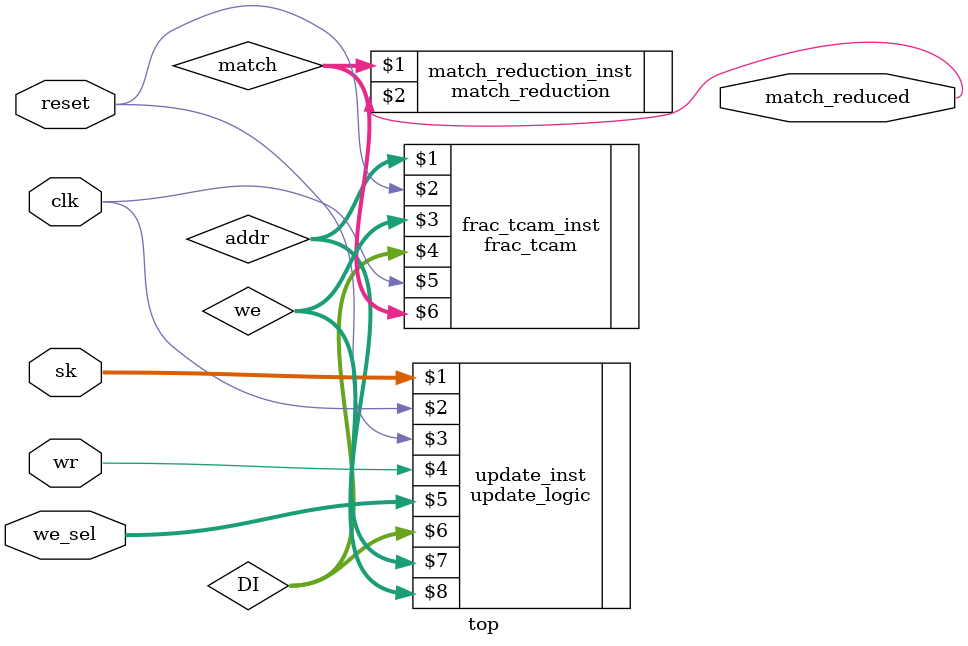
<source format=v>
`timescale 1ns / 1ps

module top #(parameter D=64,W=160)(sk,clk,wr,reset,we_sel,match_reduced);
input [W-1:0] sk; //search key
input clk,wr;
input reset;
input [SN-1:0] we_sel;
output match_reduced;

parameter N=D/8;
parameter SN = clog2(D/8); 
parameter rb=W*8/5;


(*max_fanout=50*) wire[D-1:0] match; // match lines
(*max_fanout=50*) wire[W*8/5-1:0] DI ;
(*max_fanout=50*) wire[W-1:0] addr;
(*max_fanout=50*) wire[D/8-1:0] we;
 //key =40, rules = 64 for unprotected version 

(* dont_touch = "true" *) update_logic #(D,W,SN)update_inst (sk,clk,reset,wr,we_sel,DI,addr,we);
(* dont_touch = "true" *)frac_tcam #(W,D,rb) frac_tcam_inst(addr,reset,we,DI,clk,match);
//(* dont_touch = "true" *)register #(D) match_register(match,clk2,reset,match_reg);
(* dont_touch = "true" *)match_reduction #(D) match_reduction_inst(match,match_reduced);

// // // // ======================================================== // // // //

function integer clog2 (input integer n); 
integer j; 
begin 
    n = n - 1;
    for (j = 0; n > 0; j = j + 1)        
        n = n >> 1;
    clog2 = j;
end
endfunction

endmodule

</source>
